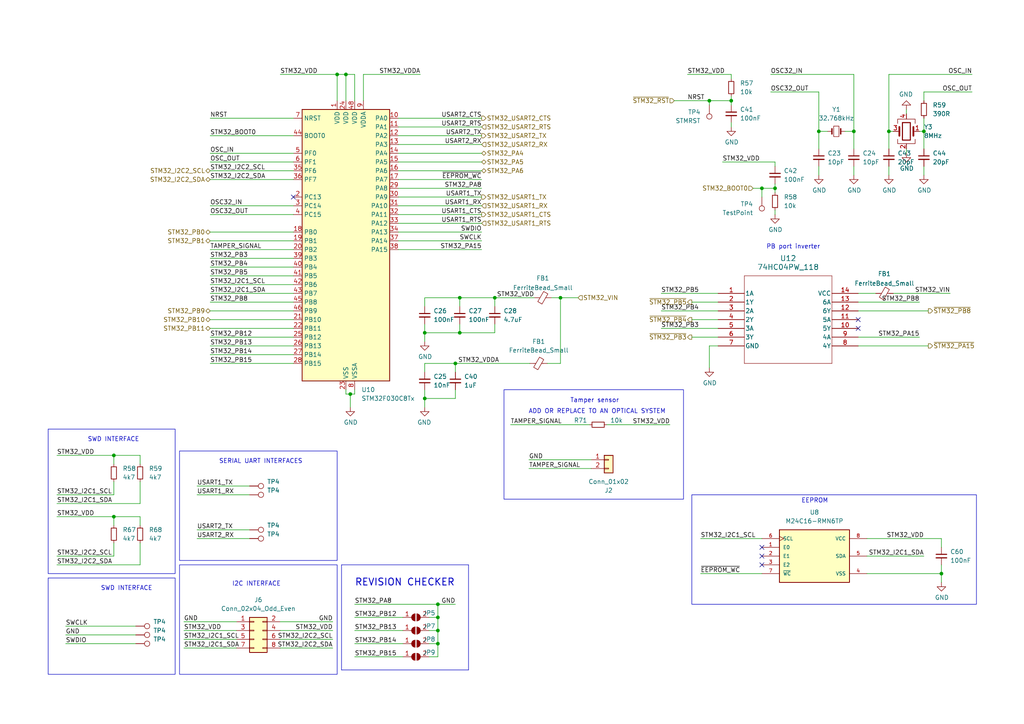
<source format=kicad_sch>
(kicad_sch (version 20230121) (generator eeschema)
  (paper "A4")
  (lib_symbols
    (symbol "2023-07-14_13-48-07:74HC04PW_118" (pin_names (offset 0.254))
      (property "Reference" "U" (at 20.32 10.16 0))
      (property "Value" "74HC04PW_118" (at 20.32 7.62 0))
      (symbol "74HC04PW_118_0_1"
        (polyline (pts (xy 7.62 -20.32) (xy 33.02 -20.32)) (stroke (width 0.127)))
        (polyline (pts (xy 7.62 5.08) (xy 7.62 -20.32)) (stroke (width 0.127)))
        (polyline (pts (xy 33.02 -20.32) (xy 33.02 5.08)) (stroke (width 0.127)))
        (polyline (pts (xy 33.02 5.08) (xy 7.62 5.08)) (stroke (width 0.127)))
        (pin input line (at 0 0 0) (length 7.62) (name "1A") (number "1"))
        (pin output line (at 40.64 -10.16 180) (length 7.62) (name "5Y") (number "10"))
        (pin input line (at 40.64 -7.62 180) (length 7.62) (name "5A") (number "11"))
        (pin output line (at 40.64 -5.08 180) (length 7.62) (name "6Y") (number "12"))
        (pin input line (at 40.64 -2.54 180) (length 7.62) (name "6A") (number "13"))
        (pin power_in line (at 40.64 0 180) (length 7.62) (name "VCC") (number "14"))
        (pin output line (at 0 -2.54 0) (length 7.62) (name "1Y") (number "2"))
        (pin input line (at 0 -5.08 0) (length 7.62) (name "2A") (number "3"))
        (pin output line (at 0 -7.62 0) (length 7.62) (name "2Y") (number "4"))
        (pin input line (at 0 -10.16 0) (length 7.62) (name "3A") (number "5"))
        (pin output line (at 0 -12.7 0) (length 7.62) (name "3Y") (number "6"))
        (pin power_out line (at 0 -15.24 0) (length 7.62) (name "GND") (number "7"))
        (pin output line (at 40.64 -15.24 180) (length 7.62) (name "4Y") (number "8"))
        (pin input line (at 40.64 -12.7 180) (length 7.62) (name "4A") (number "9"))
      )
    )
    (symbol "Connector:TestPoint" (pin_numbers hide) (pin_names (offset 0.762) hide)
      (property "Reference" "TP" (at 0 6.858 0))
      (property "Value" "TestPoint" (at 0 5.08 0))
      (symbol "TestPoint_0_1"
        (circle (center 0 3.302) (radius 0.762))
      )
      (symbol "TestPoint_1_1"
        (pin passive line (at 0 0 90) (length 2.54) (name "1") (number "1"))
      )
    )
    (symbol "Connector_Generic:Conn_01x02" (pin_names (offset 1.016) hide)
      (property "Reference" "J" (at 0 2.54 0))
      (property "Value" "Conn_01x02" (at 0 -5.08 0))
      (symbol "Conn_01x02_1_1"
        (rectangle (start -1.27 -2.413) (end 0 -2.667) (stroke (width 0.1524)))
        (rectangle (start -1.27 0.127) (end 0 -0.127) (stroke (width 0.1524)))
        (rectangle (start -1.27 1.27) (end 1.27 -3.81) (stroke (width 0.254)) (fill (type background)))
        (pin passive line (at -5.08 0 0) (length 3.81) (name "Pin_1") (number "1"))
        (pin passive line (at -5.08 -2.54 0) (length 3.81) (name "Pin_2") (number "2"))
      )
    )
    (symbol "Connector_Generic:Conn_02x04_Odd_Even" (pin_names (offset 1.016) hide)
      (property "Reference" "J" (at 1.27 5.08 0))
      (property "Value" "Conn_02x04_Odd_Even" (at 1.27 -7.62 0))
      (symbol "Conn_02x04_Odd_Even_1_1"
        (rectangle (start -1.27 -4.953) (end 0 -5.207) (stroke (width 0.1524)))
        (rectangle (start -1.27 -2.413) (end 0 -2.667) (stroke (width 0.1524)))
        (rectangle (start -1.27 0.127) (end 0 -0.127) (stroke (width 0.1524)))
        (rectangle (start -1.27 2.667) (end 0 2.413) (stroke (width 0.1524)))
        (rectangle (start -1.27 3.81) (end 3.81 -6.35) (stroke (width 0.254)) (fill (type background)))
        (rectangle (start 3.81 -4.953) (end 2.54 -5.207) (stroke (width 0.1524)))
        (rectangle (start 3.81 -2.413) (end 2.54 -2.667) (stroke (width 0.1524)))
        (rectangle (start 3.81 0.127) (end 2.54 -0.127) (stroke (width 0.1524)))
        (rectangle (start 3.81 2.667) (end 2.54 2.413) (stroke (width 0.1524)))
        (pin passive line (at -5.08 2.54 0) (length 3.81) (name "Pin_1") (number "1"))
        (pin passive line (at 7.62 2.54 180) (length 3.81) (name "Pin_2") (number "2"))
        (pin passive line (at -5.08 0 0) (length 3.81) (name "Pin_3") (number "3"))
        (pin passive line (at 7.62 0 180) (length 3.81) (name "Pin_4") (number "4"))
        (pin passive line (at -5.08 -2.54 0) (length 3.81) (name "Pin_5") (number "5"))
        (pin passive line (at 7.62 -2.54 180) (length 3.81) (name "Pin_6") (number "6"))
        (pin passive line (at -5.08 -5.08 0) (length 3.81) (name "Pin_7") (number "7"))
        (pin passive line (at 7.62 -5.08 180) (length 3.81) (name "Pin_8") (number "8"))
      )
    )
    (symbol "Device:C_Small" (pin_numbers hide) (pin_names (offset 0.254) hide)
      (property "Reference" "C" (at 0.254 1.778 0))
      (property "Value" "C_Small" (at 0.254 -2.032 0))
      (symbol "C_Small_0_1"
        (polyline (pts (xy -1.524 -0.508) (xy 1.524 -0.508)) (stroke (width 0.3302)))
        (polyline (pts (xy -1.524 0.508) (xy 1.524 0.508)) (stroke (width 0.3048)))
      )
      (symbol "C_Small_1_1"
        (pin passive line (at 0 2.54 270) (length 2.032) (name "~") (number "1"))
        (pin passive line (at 0 -2.54 90) (length 2.032) (name "~") (number "2"))
      )
    )
    (symbol "Device:Crystal_GND24" (pin_names (offset 1.016) hide)
      (property "Reference" "Y" (at 3.175 5.08 0))
      (property "Value" "Crystal_GND24" (at 3.175 3.175 0))
      (symbol "Crystal_GND24_0_1"
        (rectangle (start -1.143 2.54) (end 1.143 -2.54) (stroke (width 0.3048)))
        (polyline (pts (xy -2.54 0) (xy -2.032 0)))
        (polyline (pts (xy -2.032 -1.27) (xy -2.032 1.27)) (stroke (width 0.508)))
        (polyline (pts (xy 0 -3.81) (xy 0 -3.556)))
        (polyline (pts (xy 0 3.556) (xy 0 3.81)))
        (polyline (pts (xy 2.032 -1.27) (xy 2.032 1.27)) (stroke (width 0.508)))
        (polyline (pts (xy 2.032 0) (xy 2.54 0)))
        (polyline (pts (xy -2.54 -2.286) (xy -2.54 -3.556) (xy 2.54 -3.556) (xy 2.54 -2.286)))
        (polyline (pts (xy -2.54 2.286) (xy -2.54 3.556) (xy 2.54 3.556) (xy 2.54 2.286)))
      )
      (symbol "Crystal_GND24_1_1"
        (pin passive line (at -3.81 0 0) (length 1.27) (name "1") (number "1"))
        (pin passive line (at 0 5.08 270) (length 1.27) (name "2") (number "2"))
        (pin passive line (at 3.81 0 180) (length 1.27) (name "3") (number "3"))
        (pin passive line (at 0 -5.08 90) (length 1.27) (name "4") (number "4"))
      )
    )
    (symbol "Device:Crystal_Small" (pin_numbers hide) (pin_names (offset 1.016) hide)
      (property "Reference" "Y" (at 0 2.54 0))
      (property "Value" "Crystal_Small" (at 0 -2.54 0))
      (symbol "Crystal_Small_0_1"
        (rectangle (start -0.762 -1.524) (end 0.762 1.524))
        (polyline (pts (xy -1.27 -0.762) (xy -1.27 0.762)) (stroke (width 0.381)))
        (polyline (pts (xy 1.27 -0.762) (xy 1.27 0.762)) (stroke (width 0.381)))
      )
      (symbol "Crystal_Small_1_1"
        (pin passive line (at -2.54 0 0) (length 1.27) (name "1") (number "1"))
        (pin passive line (at 2.54 0 180) (length 1.27) (name "2") (number "2"))
      )
    )
    (symbol "Device:FerriteBead_Small" (pin_numbers hide) (pin_names (offset 0))
      (property "Reference" "FB" (at 1.905 1.27 0))
      (property "Value" "FerriteBead_Small" (at 1.905 -1.27 0))
      (symbol "FerriteBead_Small_0_1"
        (polyline (pts (xy 0 -1.27) (xy 0 -0.7874)))
        (polyline (pts (xy 0 0.889) (xy 0 1.2954)))
        (polyline (pts (xy -1.8288 0.2794) (xy -1.1176 1.4986) (xy 1.8288 -0.2032) (xy 1.1176 -1.4224) (xy -1.8288 0.2794)))
      )
      (symbol "FerriteBead_Small_1_1"
        (pin passive line (at 0 2.54 270) (length 1.27) (name "~") (number "1"))
        (pin passive line (at 0 -2.54 90) (length 1.27) (name "~") (number "2"))
      )
    )
    (symbol "Device:R_Small" (pin_numbers hide) (pin_names (offset 0.254) hide)
      (property "Reference" "R" (at 0.762 0.508 0))
      (property "Value" "R_Small" (at 0.762 -1.016 0))
      (symbol "R_Small_0_1"
        (rectangle (start -0.762 1.778) (end 0.762 -1.778) (stroke (width 0.2032)))
      )
      (symbol "R_Small_1_1"
        (pin passive line (at 0 2.54 270) (length 0.762) (name "~") (number "1"))
        (pin passive line (at 0 -2.54 90) (length 0.762) (name "~") (number "2"))
      )
    )
    (symbol "Jumper:SolderJumper_2_Open" (pin_names (offset 0) hide)
      (property "Reference" "JP" (at 0 2.032 0))
      (property "Value" "SolderJumper_2_Open" (at 0 -2.54 0))
      (symbol "SolderJumper_2_Open_0_1"
        (arc (start -0.254 1.016) (mid -1.2656 0) (end -0.254 -1.016))
        (arc (start -0.254 1.016) (mid -1.2656 0) (end -0.254 -1.016) (fill (type outline)))
        (polyline (pts (xy -0.254 1.016) (xy -0.254 -1.016)))
        (polyline (pts (xy 0.254 1.016) (xy 0.254 -1.016)))
        (arc (start 0.254 -1.016) (mid 1.2656 0) (end 0.254 1.016))
        (arc (start 0.254 -1.016) (mid 1.2656 0) (end 0.254 1.016) (fill (type outline)))
      )
      (symbol "SolderJumper_2_Open_1_1"
        (pin passive line (at -3.81 0 0) (length 2.54) (name "A") (number "1"))
        (pin passive line (at 3.81 0 180) (length 2.54) (name "B") (number "2"))
      )
    )
    (symbol "M24C16-RMN6TP:M24C16-RMN6TP" (pin_names (offset 1.016))
      (property "Reference" "U" (at -10.1836 8.1469 0))
      (property "Value" "M24C16-RMN6TP" (at -10.1609 -10.6689 0))
      (symbol "M24C16-RMN6TP_0_0"
        (rectangle (start -10.16 -7.62) (end 10.16 7.62) (stroke (width 0.254)) (fill (type background)))
        (pin input line (at -15.24 2.54 0) (length 5.08) (name "E0") (number "1"))
        (pin input line (at -15.24 0 0) (length 5.08) (name "E1") (number "2"))
        (pin input line (at -15.24 -2.54 0) (length 5.08) (name "E2") (number "3"))
        (pin power_in line (at 15.24 -5.08 180) (length 5.08) (name "VSS") (number "4"))
        (pin bidirectional line (at 15.24 0 180) (length 5.08) (name "SDA") (number "5"))
        (pin input clock (at -15.24 5.08 0) (length 5.08) (name "SCL") (number "6"))
        (pin input line (at -15.24 -5.08 0) (length 5.08) (name "~{WC}") (number "7"))
        (pin power_in line (at 15.24 5.08 180) (length 5.08) (name "VCC") (number "8"))
      )
    )
    (symbol "MCU_ST_STM32F0:STM32F030C8Tx"
      (property "Reference" "U" (at -12.7 41.91 0))
      (property "Value" "STM32F030C8Tx" (at 7.62 41.91 0))
      (symbol "STM32F030C8Tx_0_1"
        (rectangle (start -12.7 -38.1) (end 12.7 40.64) (stroke (width 0.254)) (fill (type background)))
      )
      (symbol "STM32F030C8Tx_1_1"
        (pin power_in line (at -2.54 43.18 270) (length 2.54) (name "VDD") (number "1"))
        (pin bidirectional line (at 15.24 38.1 180) (length 2.54) (name "PA0") (number "10"))
        (pin bidirectional line (at 15.24 35.56 180) (length 2.54) (name "PA1") (number "11"))
        (pin bidirectional line (at 15.24 33.02 180) (length 2.54) (name "PA2") (number "12"))
        (pin bidirectional line (at 15.24 30.48 180) (length 2.54) (name "PA3") (number "13"))
        (pin bidirectional line (at 15.24 27.94 180) (length 2.54) (name "PA4") (number "14"))
        (pin bidirectional line (at 15.24 25.4 180) (length 2.54) (name "PA5") (number "15"))
        (pin bidirectional line (at 15.24 22.86 180) (length 2.54) (name "PA6") (number "16"))
        (pin bidirectional line (at 15.24 20.32 180) (length 2.54) (name "PA7") (number "17"))
        (pin bidirectional line (at -15.24 5.08 0) (length 2.54) (name "PB0") (number "18"))
        (pin bidirectional line (at -15.24 2.54 0) (length 2.54) (name "PB1") (number "19"))
        (pin bidirectional line (at -15.24 15.24 0) (length 2.54) (name "PC13") (number "2"))
        (pin bidirectional line (at -15.24 0 0) (length 2.54) (name "PB2") (number "20"))
        (pin bidirectional line (at -15.24 -20.32 0) (length 2.54) (name "PB10") (number "21"))
        (pin bidirectional line (at -15.24 -22.86 0) (length 2.54) (name "PB11") (number "22"))
        (pin power_in line (at 0 -40.64 90) (length 2.54) (name "VSS") (number "23"))
        (pin power_in line (at 0 43.18 270) (length 2.54) (name "VDD") (number "24"))
        (pin bidirectional line (at -15.24 -25.4 0) (length 2.54) (name "PB12") (number "25"))
        (pin bidirectional line (at -15.24 -27.94 0) (length 2.54) (name "PB13") (number "26"))
        (pin bidirectional line (at -15.24 -30.48 0) (length 2.54) (name "PB14") (number "27"))
        (pin bidirectional line (at -15.24 -33.02 0) (length 2.54) (name "PB15") (number "28"))
        (pin bidirectional line (at 15.24 17.78 180) (length 2.54) (name "PA8") (number "29"))
        (pin bidirectional line (at -15.24 12.7 0) (length 2.54) (name "PC14") (number "3"))
        (pin bidirectional line (at 15.24 15.24 180) (length 2.54) (name "PA9") (number "30"))
        (pin bidirectional line (at 15.24 12.7 180) (length 2.54) (name "PA10") (number "31"))
        (pin bidirectional line (at 15.24 10.16 180) (length 2.54) (name "PA11") (number "32"))
        (pin bidirectional line (at 15.24 7.62 180) (length 2.54) (name "PA12") (number "33"))
        (pin bidirectional line (at 15.24 5.08 180) (length 2.54) (name "PA13") (number "34"))
        (pin bidirectional line (at -15.24 22.86 0) (length 2.54) (name "PF6") (number "35"))
        (pin bidirectional line (at -15.24 20.32 0) (length 2.54) (name "PF7") (number "36"))
        (pin bidirectional line (at 15.24 2.54 180) (length 2.54) (name "PA14") (number "37"))
        (pin bidirectional line (at 15.24 0 180) (length 2.54) (name "PA15") (number "38"))
        (pin bidirectional line (at -15.24 -2.54 0) (length 2.54) (name "PB3") (number "39"))
        (pin bidirectional line (at -15.24 10.16 0) (length 2.54) (name "PC15") (number "4"))
        (pin bidirectional line (at -15.24 -5.08 0) (length 2.54) (name "PB4") (number "40"))
        (pin bidirectional line (at -15.24 -7.62 0) (length 2.54) (name "PB5") (number "41"))
        (pin bidirectional line (at -15.24 -10.16 0) (length 2.54) (name "PB6") (number "42"))
        (pin bidirectional line (at -15.24 -12.7 0) (length 2.54) (name "PB7") (number "43"))
        (pin input line (at -15.24 33.02 0) (length 2.54) (name "BOOT0") (number "44"))
        (pin bidirectional line (at -15.24 -15.24 0) (length 2.54) (name "PB8") (number "45"))
        (pin bidirectional line (at -15.24 -17.78 0) (length 2.54) (name "PB9") (number "46"))
        (pin passive line (at 0 -40.64 90) (length 2.54) hide (name "VSS") (number "47"))
        (pin power_in line (at 2.54 43.18 270) (length 2.54) (name "VDD") (number "48"))
        (pin bidirectional line (at -15.24 27.94 0) (length 2.54) (name "PF0") (number "5"))
        (pin bidirectional line (at -15.24 25.4 0) (length 2.54) (name "PF1") (number "6"))
        (pin input line (at -15.24 38.1 0) (length 2.54) (name "NRST") (number "7"))
        (pin power_in line (at 2.54 -40.64 90) (length 2.54) (name "VSSA") (number "8"))
        (pin power_in line (at 5.08 43.18 270) (length 2.54) (name "VDDA") (number "9"))
      )
    )
    (symbol "device:R_Small" (pin_numbers hide) (pin_names (offset 0.254) hide)
      (property "Reference" "R" (at 0.762 0.508 0))
      (property "Value" "R_Small" (at 0.762 -1.016 0))
      (symbol "R_Small_0_1"
        (rectangle (start -0.762 1.778) (end 0.762 -1.778) (stroke (width 0.2032)))
      )
      (symbol "R_Small_1_1"
        (pin passive line (at 0 2.54 270) (length 0.762) (name "~") (number "1"))
        (pin passive line (at 0 -2.54 90) (length 0.762) (name "~") (number "2"))
      )
    )
    (symbol "power:GND" (power) (pin_names (offset 0))
      (property "Value" "GND" (at 0 -3.81 0))
      (symbol "GND_0_1"
        (polyline (pts (xy 0 0) (xy 0 -1.27) (xy 1.27 -1.27) (xy 0 -2.54) (xy -1.27 -1.27) (xy 0 -1.27)))
      )
      (symbol "GND_1_1"
        (pin power_in line (at 0 0 270) (length 0) hide (name "GND") (number "1"))
      )
    )
  )
  (junction (at 127 182.88))
  (junction (at 33.02 149.86))
  (junction (at 212.09 29.21))
  (junction (at 237.49 38.1))
  (junction (at 123.19 96.52))
  (junction (at 100.33 21.59))
  (junction (at 273.05 166.37))
  (junction (at 123.19 115.57))
  (junction (at 267.97 38.1))
  (junction (at 132.08 105.41))
  (junction (at 220.98 54.61))
  (junction (at 33.02 132.08))
  (junction (at 257.81 38.1))
  (junction (at 133.35 96.52))
  (junction (at 224.79 54.61))
  (junction (at 97.79 21.59))
  (junction (at 133.35 86.36))
  (junction (at 127 179.07))
  (junction (at 101.6 114.3))
  (junction (at 127 186.69))
  (junction (at 127 175.26))
  (junction (at 162.56 86.36))
  (junction (at 143.51 86.36))
  (junction (at 205.74 29.21))
  (junction (at 247.65 38.1))
  (no_connect (at 220.98 163.83))
  (no_connect (at 220.98 161.29))
  (no_connect (at 220.98 158.75))
  (no_connect (at 248.92 95.25))
  (no_connect (at 248.92 92.71))
  (no_connect (at 85.09 57.15))
  (wire (pts (xy 40.64 163.83) (xy 40.64 157.48)))
  (wire (pts (xy 267.97 38.1) (xy 267.97 43.18)))
  (wire (pts (xy 248.92 90.17) (xy 269.24 90.17)))
  (wire (pts (xy 273.05 156.21) (xy 273.05 158.75)))
  (wire (pts (xy 57.15 156.21) (xy 72.39 156.21)))
  (wire (pts (xy 139.7 57.15) (xy 115.57 57.15)))
  (wire (pts (xy 139.7 39.37) (xy 115.57 39.37)))
  (wire (pts (xy 123.19 96.52) (xy 133.35 96.52)))
  (wire (pts (xy 60.96 52.07) (xy 85.09 52.07)))
  (wire (pts (xy 273.05 166.37) (xy 251.46 166.37)))
  (wire (pts (xy 139.7 34.29) (xy 115.57 34.29)))
  (wire (pts (xy 127 182.88) (xy 127 179.07)))
  (wire (pts (xy 220.98 54.61) (xy 220.98 57.15)))
  (wire (pts (xy 212.09 22.86) (xy 212.09 21.59)))
  (wire (pts (xy 127 175.26) (xy 132.08 175.26)))
  (wire (pts (xy 105.41 21.59) (xy 105.41 29.21)))
  (wire (pts (xy 212.09 35.56) (xy 212.09 36.83)))
  (wire (pts (xy 281.94 26.67) (xy 267.97 26.67)))
  (wire (pts (xy 53.34 187.96) (xy 68.58 187.96)))
  (wire (pts (xy 16.51 132.08) (xy 33.02 132.08)))
  (wire (pts (xy 224.79 48.26) (xy 224.79 46.99)))
  (wire (pts (xy 19.05 184.15) (xy 39.37 184.15)))
  (wire (pts (xy 100.33 29.21) (xy 100.33 21.59)))
  (wire (pts (xy 33.02 149.86) (xy 40.64 149.86)))
  (wire (pts (xy 124.46 182.88) (xy 127 182.88)))
  (wire (pts (xy 123.19 93.98) (xy 123.19 96.52)))
  (wire (pts (xy 60.96 49.53) (xy 85.09 49.53)))
  (wire (pts (xy 16.51 146.05) (xy 40.64 146.05)))
  (wire (pts (xy 160.02 86.36) (xy 162.56 86.36)))
  (wire (pts (xy 212.09 27.94) (xy 212.09 29.21)))
  (wire (pts (xy 16.51 161.29) (xy 33.02 161.29)))
  (wire (pts (xy 19.05 186.69) (xy 39.37 186.69)))
  (wire (pts (xy 224.79 60.96) (xy 224.79 62.23)))
  (wire (pts (xy 60.96 97.79) (xy 85.09 97.79)))
  (wire (pts (xy 102.87 182.88) (xy 116.84 182.88)))
  (wire (pts (xy 251.46 161.29) (xy 267.97 161.29)))
  (wire (pts (xy 200.66 87.63) (xy 208.28 87.63)))
  (wire (pts (xy 266.7 97.79) (xy 248.92 97.79)))
  (wire (pts (xy 195.58 29.21) (xy 205.74 29.21)))
  (wire (pts (xy 224.79 54.61) (xy 224.79 55.88)))
  (wire (pts (xy 96.52 182.88) (xy 81.28 182.88)))
  (wire (pts (xy 60.96 87.63) (xy 85.09 87.63)))
  (wire (pts (xy 124.46 179.07) (xy 127 179.07)))
  (wire (pts (xy 115.57 46.99) (xy 139.7 46.99)))
  (wire (pts (xy 85.09 95.25) (xy 60.96 95.25)))
  (wire (pts (xy 33.02 132.08) (xy 40.64 132.08)))
  (wire (pts (xy 16.51 163.83) (xy 40.64 163.83)))
  (wire (pts (xy 60.96 72.39) (xy 85.09 72.39)))
  (wire (pts (xy 257.81 21.59) (xy 257.81 38.1)))
  (wire (pts (xy 218.44 54.61) (xy 220.98 54.61)))
  (wire (pts (xy 132.08 115.57) (xy 132.08 113.03)))
  (wire (pts (xy 123.19 115.57) (xy 132.08 115.57)))
  (wire (pts (xy 224.79 53.34) (xy 224.79 54.61)))
  (wire (pts (xy 124.46 190.5) (xy 127 190.5)))
  (wire (pts (xy 33.02 139.7) (xy 33.02 143.51)))
  (wire (pts (xy 247.65 43.18) (xy 247.65 38.1)))
  (wire (pts (xy 133.35 86.36) (xy 133.35 88.9)))
  (wire (pts (xy 148.082 123.19) (xy 170.942 123.19)))
  (wire (pts (xy 199.39 21.59) (xy 212.09 21.59)))
  (wire (pts (xy 123.19 96.52) (xy 123.19 99.06)))
  (wire (pts (xy 237.49 43.18) (xy 237.49 38.1)))
  (wire (pts (xy 162.56 86.36) (xy 167.64 86.36)))
  (wire (pts (xy 57.15 143.51) (xy 72.39 143.51)))
  (wire (pts (xy 262.89 43.18) (xy 262.89 44.45)))
  (wire (pts (xy 97.79 21.59) (xy 100.33 21.59)))
  (wire (pts (xy 262.89 31.75) (xy 262.89 33.02)))
  (wire (pts (xy 139.7 41.91) (xy 115.57 41.91)))
  (wire (pts (xy 208.28 100.33) (xy 205.74 100.33)))
  (wire (pts (xy 60.96 46.99) (xy 85.09 46.99)))
  (wire (pts (xy 267.97 26.67) (xy 267.97 29.21)))
  (wire (pts (xy 60.96 59.69) (xy 85.09 59.69)))
  (wire (pts (xy 132.08 105.41) (xy 123.19 105.41)))
  (wire (pts (xy 57.15 153.67) (xy 72.39 153.67)))
  (wire (pts (xy 132.08 107.95) (xy 132.08 105.41)))
  (wire (pts (xy 102.87 114.3) (xy 102.87 113.03)))
  (wire (pts (xy 247.65 38.1) (xy 245.11 38.1)))
  (wire (pts (xy 139.7 36.83) (xy 115.57 36.83)))
  (wire (pts (xy 101.6 114.3) (xy 102.87 114.3)))
  (wire (pts (xy 53.34 180.34) (xy 68.58 180.34)))
  (wire (pts (xy 248.92 100.33) (xy 269.24 100.33)))
  (wire (pts (xy 40.64 152.4) (xy 40.64 149.86)))
  (wire (pts (xy 237.49 48.26) (xy 237.49 50.8)))
  (wire (pts (xy 101.6 114.3) (xy 101.6 118.11)))
  (wire (pts (xy 237.49 26.67) (xy 223.52 26.67)))
  (wire (pts (xy 53.34 185.42) (xy 68.58 185.42)))
  (wire (pts (xy 191.77 90.17) (xy 208.28 90.17)))
  (wire (pts (xy 257.81 38.1) (xy 257.81 43.18)))
  (wire (pts (xy 143.51 86.36) (xy 133.35 86.36)))
  (wire (pts (xy 133.35 86.36) (xy 123.19 86.36)))
  (wire (pts (xy 96.52 180.34) (xy 81.28 180.34)))
  (wire (pts (xy 220.98 54.61) (xy 224.79 54.61)))
  (wire (pts (xy 203.2 156.21) (xy 220.98 156.21)))
  (wire (pts (xy 57.15 140.97) (xy 72.39 140.97)))
  (wire (pts (xy 115.57 44.45) (xy 139.7 44.45)))
  (wire (pts (xy 60.96 67.31) (xy 85.09 67.31)))
  (wire (pts (xy 205.74 29.21) (xy 212.09 29.21)))
  (polyline (pts (xy 135.89 194.31) (xy 135.89 163.83)))
  (wire (pts (xy 53.34 182.88) (xy 68.58 182.88)))
  (wire (pts (xy 40.64 146.05) (xy 40.64 139.7)))
  (wire (pts (xy 96.52 187.96) (xy 81.28 187.96)))
  (wire (pts (xy 176.022 123.19) (xy 194.31 123.19)))
  (wire (pts (xy 212.09 29.21) (xy 212.09 30.48)))
  (wire (pts (xy 60.96 69.85) (xy 85.09 69.85)))
  (wire (pts (xy 153.416 135.89) (xy 171.45 135.89)))
  (wire (pts (xy 133.35 96.52) (xy 143.51 96.52)))
  (wire (pts (xy 209.55 46.99) (xy 224.79 46.99)))
  (wire (pts (xy 60.96 82.55) (xy 85.09 82.55)))
  (wire (pts (xy 139.7 72.39) (xy 115.57 72.39)))
  (wire (pts (xy 257.81 38.1) (xy 259.08 38.1)))
  (wire (pts (xy 40.64 134.62) (xy 40.64 132.08)))
  (wire (pts (xy 60.96 80.01) (xy 85.09 80.01)))
  (wire (pts (xy 267.97 48.26) (xy 267.97 50.8)))
  (wire (pts (xy 100.33 21.59) (xy 102.87 21.59)))
  (wire (pts (xy 139.7 62.23) (xy 115.57 62.23)))
  (wire (pts (xy 191.77 85.09) (xy 208.28 85.09)))
  (wire (pts (xy 60.96 90.17) (xy 85.09 90.17)))
  (wire (pts (xy 205.74 29.21) (xy 205.74 30.48)))
  (wire (pts (xy 247.65 21.59) (xy 247.65 38.1)))
  (wire (pts (xy 33.02 134.62) (xy 33.02 132.08)))
  (wire (pts (xy 203.2 166.37) (xy 220.98 166.37)))
  (wire (pts (xy 33.02 152.4) (xy 33.02 149.86)))
  (wire (pts (xy 200.66 92.71) (xy 208.28 92.71)))
  (wire (pts (xy 60.96 102.87) (xy 85.09 102.87)))
  (wire (pts (xy 127 186.69) (xy 127 182.88)))
  (wire (pts (xy 251.46 156.21) (xy 273.05 156.21)))
  (polyline (pts (xy 99.06 194.31) (xy 135.89 194.31)))
  (wire (pts (xy 100.33 114.3) (xy 101.6 114.3)))
  (wire (pts (xy 60.96 100.33) (xy 85.09 100.33)))
  (wire (pts (xy 102.87 190.5) (xy 116.84 190.5)))
  (polyline (pts (xy 99.06 163.83) (xy 135.89 163.83)))
  (wire (pts (xy 139.7 67.31) (xy 115.57 67.31)))
  (wire (pts (xy 273.05 166.37) (xy 273.05 168.91)))
  (wire (pts (xy 124.46 186.69) (xy 127 186.69)))
  (wire (pts (xy 127 190.5) (xy 127 186.69)))
  (wire (pts (xy 115.57 49.53) (xy 139.7 49.53)))
  (wire (pts (xy 60.96 62.23) (xy 85.09 62.23)))
  (wire (pts (xy 267.97 34.29) (xy 267.97 38.1)))
  (wire (pts (xy 19.05 181.61) (xy 39.37 181.61)))
  (wire (pts (xy 139.7 69.85) (xy 115.57 69.85)))
  (wire (pts (xy 259.08 85.09) (xy 275.59 85.09)))
  (wire (pts (xy 191.77 95.25) (xy 208.28 95.25)))
  (wire (pts (xy 60.96 44.45) (xy 85.09 44.45)))
  (wire (pts (xy 85.09 92.71) (xy 60.96 92.71)))
  (wire (pts (xy 102.87 179.07) (xy 116.84 179.07)))
  (wire (pts (xy 133.35 93.98) (xy 133.35 96.52)))
  (wire (pts (xy 123.19 113.03) (xy 123.19 115.57)))
  (wire (pts (xy 162.56 105.41) (xy 162.56 86.36)))
  (wire (pts (xy 139.7 54.61) (xy 115.57 54.61)))
  (wire (pts (xy 123.19 105.41) (xy 123.19 107.95)))
  (wire (pts (xy 81.28 21.59) (xy 97.79 21.59)))
  (wire (pts (xy 60.96 34.29) (xy 85.09 34.29)))
  (wire (pts (xy 100.33 113.03) (xy 100.33 114.3)))
  (wire (pts (xy 123.19 86.36) (xy 123.19 88.9)))
  (wire (pts (xy 139.7 59.69) (xy 115.57 59.69)))
  (wire (pts (xy 158.75 105.41) (xy 162.56 105.41)))
  (wire (pts (xy 16.51 143.51) (xy 33.02 143.51)))
  (polyline (pts (xy 99.06 163.83) (xy 99.06 194.31)))
  (wire (pts (xy 266.7 38.1) (xy 267.97 38.1)))
  (wire (pts (xy 247.65 48.26) (xy 247.65 50.8)))
  (wire (pts (xy 33.02 157.48) (xy 33.02 161.29)))
  (wire (pts (xy 237.49 38.1) (xy 240.03 38.1)))
  (wire (pts (xy 127 179.07) (xy 127 175.26)))
  (wire (pts (xy 60.96 74.93) (xy 85.09 74.93)))
  (wire (pts (xy 102.87 29.21) (xy 102.87 21.59)))
  (wire (pts (xy 121.92 21.59) (xy 105.41 21.59)))
  (wire (pts (xy 123.19 115.57) (xy 123.19 118.11)))
  (wire (pts (xy 60.96 85.09) (xy 85.09 85.09)))
  (wire (pts (xy 16.51 149.86) (xy 33.02 149.86)))
  (wire (pts (xy 96.52 185.42) (xy 81.28 185.42)))
  (wire (pts (xy 139.7 64.77) (xy 115.57 64.77)))
  (wire (pts (xy 200.66 97.79) (xy 208.28 97.79)))
  (wire (pts (xy 102.87 175.26) (xy 127 175.26)))
  (wire (pts (xy 257.81 48.26) (xy 257.81 50.8)))
  (wire (pts (xy 153.67 105.41) (xy 132.08 105.41)))
  (wire (pts (xy 257.81 21.59) (xy 281.94 21.59)))
  (wire (pts (xy 154.94 86.36) (xy 143.51 86.36)))
  (wire (pts (xy 60.96 105.41) (xy 85.09 105.41)))
  (wire (pts (xy 248.92 87.63) (xy 266.7 87.63)))
  (wire (pts (xy 273.05 163.83) (xy 273.05 166.37)))
  (wire (pts (xy 102.87 186.69) (xy 116.84 186.69)))
  (wire (pts (xy 248.92 85.09) (xy 254 85.09)))
  (wire (pts (xy 223.52 21.59) (xy 247.65 21.59)))
  (wire (pts (xy 60.96 39.37) (xy 85.09 39.37)))
  (wire (pts (xy 153.416 133.35) (xy 171.45 133.35)))
  (wire (pts (xy 237.49 26.67) (xy 237.49 38.1)))
  (wire (pts (xy 97.79 21.59) (xy 97.79 29.21)))
  (wire (pts (xy 143.51 88.9) (xy 143.51 86.36)))
  (wire (pts (xy 143.51 96.52) (xy 143.51 93.98)))
  (wire (pts (xy 60.96 77.47) (xy 85.09 77.47)))
  (wire (pts (xy 205.74 100.33) (xy 205.74 106.68)))
  (wire (pts (xy 139.7 52.07) (xy 115.57 52.07)))
  (rectangle (start 52.07 163.83) (end 97.79 195.58))
  (rectangle (start 52.07 130.81) (end 97.79 162.56))
  (rectangle (start 13.97 167.64) (end 50.8 195.58))
  (rectangle (start 146.177 113.03) (end 198.247 144.78))
  (rectangle (start 200.66 143.51) (end 283.21 175.26))
  (rectangle (start 13.97 124.46) (end 50.8 166.37))
  (text "SERIAL UART INTERFACES" (at 63.5 134.62 0) (effects (font (size 1.27 1.27)) (justify left bottom)))
  (text "Tamper sensor" (at 165.354 116.967 0) (effects (font (size 1.27 1.27)) (justify left bottom)))
  (text "EEPROM" (at 232.41 146.05 0) (effects (font (size 1.27 1.27)) (justify left bottom)))
  (text "SWD INTERFACE" (at 25.4 128.27 0) (effects (font (size 1.27 1.27)) (justify left bottom)))
  (text "ADD OR REPLACE TO AN OPTICAL SYSTEM" (at 153.289 120.142 0) (effects (font (size 1.27 1.27)) (justify left bottom)))
  (text "PB port inverter" (at 222.25 72.39 0) (effects (font (size 1.27 1.27)) (justify left bottom)))
  (text "SWD INTERFACE" (at 29.21 171.45 0) (effects (font (size 1.27 1.27)) (justify left bottom)))
  (text "I2C INTERFACE" (at 67.31 170.18 0) (effects (font (size 1.27 1.27)) (justify left bottom)))
  (text "REVISION CHECKER" (at 102.87 170.18 0) (effects (font (size 2 2) (thickness 0.254) bold) (justify left bottom)))
  (label "STM32_I2C1_SCL" (at 203.2 156.21 0))
  (label "USART1_RX" (at 57.15 143.51 0))
  (label "USART2_RTS" (at 139.7 36.83 180))
  (label "STM32_PA8" (at 102.87 175.26 0))
  (label "STM32_PB5" (at 191.77 85.09 0))
  (label "STM32_I2C1_SDA" (at 53.34 187.96 0))
  (label "GND" (at 153.416 133.35 0))
  (label "STM32_VDD" (at 16.51 149.86 0))
  (label "NRST" (at 60.96 34.29 0))
  (label "STM32_I2C1_SDA" (at 267.97 161.29 180))
  (label "STM32_PB13" (at 60.96 100.33 0))
  (label "STM32_I2C2_SDA" (at 96.52 187.96 180))
  (label "STM32_PB8" (at 60.96 87.63 0))
  (label "STM32_PA15" (at 266.7 97.79 180))
  (label "OSC32_IN" (at 60.96 59.69 0))
  (label "USART2_TX" (at 139.7 39.37 180))
  (label "STM32_VDD" (at 81.28 21.59 0))
  (label "OSC_IN" (at 281.94 21.59 180))
  (label "STM32_PB12" (at 102.87 179.07 0))
  (label "STM32_VDD" (at 199.39 21.59 0))
  (label "TAMPER_SIGNAL" (at 148.082 123.19 0))
  (label "STM32_PB3" (at 191.77 95.25 0))
  (label "NRST" (at 199.39 29.21 0))
  (label "STM32_BOOT0" (at 60.96 39.37 0))
  (label "STM32_PB15" (at 60.96 105.41 0))
  (label "USART1_CTS" (at 139.7 62.23 180))
  (label "STM32_PB13" (at 102.87 182.88 0))
  (label "OSC32_OUT" (at 60.96 62.23 0))
  (label "USART1_TX" (at 139.7 57.15 180))
  (label "STM32_I2C2_SDA" (at 16.51 163.83 0))
  (label "STM32_VDD" (at 96.52 182.88 180))
  (label "STM32_VDDA" (at 121.92 21.59 180))
  (label "STM32_PB8" (at 266.7 87.63 180))
  (label "STM32_I2C1_SCL" (at 60.96 82.55 0))
  (label "STM32_VIN" (at 275.59 85.09 180))
  (label "STM32_I2C2_SCL" (at 16.51 161.29 0))
  (label "STM32_I2C1_SDA" (at 60.96 85.09 0))
  (label "USART2_CTS" (at 139.7 34.29 180))
  (label "USART2_RX" (at 57.15 156.21 0))
  (label "~{EEPROM_WC}" (at 139.7 52.07 180))
  (label "TAMPER_SIGNAL" (at 60.96 72.39 0))
  (label "STM32_PA8" (at 139.7 54.61 180))
  (label "STM32_I2C2_SDA" (at 60.96 52.07 0))
  (label "STM32_I2C1_SDA" (at 16.51 146.05 0))
  (label "~{EEPROM_WC}" (at 203.2 166.37 0))
  (label "STM32_I2C1_SCL" (at 53.34 185.42 0))
  (label "TAMPER_SIGNAL" (at 153.416 135.89 0))
  (label "SWDIO" (at 19.05 186.69 0))
  (label "USART1_RX" (at 139.7 59.69 180))
  (label "STM32_VDD" (at 267.97 156.21 180))
  (label "OSC_OUT" (at 281.94 26.67 180))
  (label "STM32_I2C2_SCL" (at 60.96 49.53 0))
  (label "USART1_RTS" (at 139.7 64.77 180))
  (label "USART2_TX" (at 57.15 153.67 0))
  (label "STM32_I2C1_SCL" (at 16.51 143.51 0))
  (label "STM32_VDDA" (at 144.78 105.41 180))
  (label "SWCLK" (at 139.7 69.85 180))
  (label "STM32_PB14" (at 102.87 186.69 0))
  (label "GND" (at 96.52 180.34 180))
  (label "OSC32_IN" (at 223.52 21.59 0))
  (label "STM32_I2C2_SCL" (at 96.52 185.42 180))
  (label "STM32_PB3" (at 60.96 74.93 0))
  (label "STM32_VDD" (at 16.51 132.08 0))
  (label "OSC_OUT" (at 60.96 46.99 0))
  (label "STM32_VDD" (at 209.55 46.99 0))
  (label "STM32_PB5" (at 60.96 80.01 0))
  (label "STM32_VDD" (at 154.94 86.36 180))
  (label "STM32_PB14" (at 60.96 102.87 0))
  (label "USART1_TX" (at 57.15 140.97 0))
  (label "GND" (at 19.05 184.15 0))
  (label "OSC_IN" (at 60.96 44.45 0))
  (label "SWCLK" (at 19.05 181.61 0))
  (label "STM32_PB4" (at 191.77 90.17 0))
  (label "SWDIO" (at 139.7 67.31 180))
  (label "GND" (at 53.34 180.34 0))
  (label "STM32_VDD" (at 194.31 123.19 180))
  (label "STM32_VDD" (at 53.34 182.88 0))
  (label "STM32_PB12" (at 60.96 97.79 0))
  (label "USART2_RX" (at 139.7 41.91 180))
  (label "GND" (at 132.08 175.26 180))
  (label "STM32_PA15" (at 139.7 72.39 180))
  (label "STM32_PB4" (at 60.96 77.47 0))
  (label "OSC32_OUT" (at 223.52 26.67 0))
  (label "STM32_PB15" (at 102.87 190.5 0))
  (hierarchical_label "STM32_I2C2_SCL" (shape bidirectional) (at 60.96 49.53 180))
  (hierarchical_label "STM32_PA6" (shape bidirectional) (at 139.7 49.53 0))
  (hierarchical_label "~{STM32_PB5}" (shape output) (at 200.66 87.63 180))
  (hierarchical_label "STM32_USART1_CTS" (shape output) (at 139.7 62.23 0))
  (hierarchical_label "STM32_PB1" (shape bidirectional) (at 60.96 69.85 180))
  (hierarchical_label "STM32_USART2_RTS" (shape input) (at 139.7 36.83 0))
  (hierarchical_label "STM32_PB10" (shape bidirectional) (at 60.96 92.71 180))
  (hierarchical_label "STM32_USART2_TX" (shape output) (at 139.7 39.37 0))
  (hierarchical_label "~{STM32_PB4}" (shape output) (at 200.66 92.71 180))
  (hierarchical_label "STM32_USART2_RX" (shape input) (at 139.7 41.91 0))
  (hierarchical_label "STM32_PB11" (shape bidirectional) (at 60.96 95.25 180))
  (hierarchical_label "STM32_VIN" (shape input) (at 167.64 86.36 0))
  (hierarchical_label "STM32_PA4" (shape bidirectional) (at 139.7 44.45 0))
  (hierarchical_label "~{STM32_PB3}" (shape output) (at 200.66 97.79 180))
  (hierarchical_label "STM32_USART1_RTS" (shape input) (at 139.7 64.77 0))
  (hierarchical_label "STM32_PB9" (shape bidirectional) (at 60.96 90.17 180))
  (hierarchical_label "STM32_USART2_CTS" (shape output) (at 139.7 34.29 0))
  (hierarchical_label "STM32_BOOT0" (shape input) (at 218.44 54.61 180))
  (hierarchical_label "~{STM32_PA15}" (shape output) (at 269.24 100.33 0))
  (hierarchical_label "STM32_USART1_TX" (shape output) (at 139.7 57.15 0))
  (hierarchical_label "~{STM32_RST}" (shape input) (at 195.58 29.21 180))
  (hierarchical_label "STM32_I2C2_SDA" (shape bidirectional) (at 60.96 52.07 180))
  (hierarchical_label "STM32_USART1_RX" (shape input) (at 139.7 59.69 0))
  (hierarchical_label "STM32_PB0" (shape bidirectional) (at 60.96 67.31 180))
  (hierarchical_label "STM32_PA5" (shape bidirectional) (at 139.7 46.99 0))
  (hierarchical_label "~{STM32_PB8}" (shape output) (at 269.24 90.17 0))
  (symbol (lib_id "Device:R_Small") (at 40.64 154.94 0) (unit 1)
    (property "Reference" "R68" (at 43.18 153.67 0) (effects (justify left)))
    (property "Value" "4k7" (at 43.18 156.21 0) (effects (justify left)))
    (property "Footprint" "Resistor_SMD:R_0402_1005Metric" (effects hide))
  )
  (symbol (lib_id "Device:C_Small") (at 237.49 45.72 0) (unit 1)
    (property "Reference" "C23" (at 240.03 44.4563 0) (effects (justify left)))
    (property "Value" "10pF" (at 240.03 46.9963 0) (effects (justify left)))
    (property "Footprint" "Capacitor_SMD:C_0402_1005Metric" (effects hide))
    (instances (project "macunaima_rev2.2" (path "" (reference "C23") (unit 1)) (path "" (reference "C41") (unit 1))))
  )
  (symbol (lib_id "Device:C_Small") (at 257.81 45.72 0) (unit 1)
    (property "Reference" "C43" (at 260.35 44.4563 0) (effects (justify left)))
    (property "Value" "20pF" (at 260.35 46.9963 0) (effects (justify left)))
    (property "Footprint" "Capacitor_SMD:C_0402_1005Metric" (effects hide))
  )
  (symbol (lib_id "Device:C_Small") (at 143.51 91.44 0) (unit 1)
    (property "Reference" "C28" (at 146.05 90.1763 0) (effects (justify left)))
    (property "Value" "4.7uF" (at 146.05 92.7163 0) (effects (justify left)))
    (property "Footprint" "Capacitor_SMD:C_0402_1005Metric" (effects hide))
    (instances (project "macunaima_rev2.2" (path "" (reference "C28") (unit 1)) (path "" (reference "C27") (unit 1))))
  )
  (symbol (lib_id "Jumper:SolderJumper_2_Open") (at 120.65 182.88 0) (unit 1)
    (property "Reference" "JP7" (at 124.46 181.61 0))
    (property "Value" "SolderJumper_2_Open" (effects hide))
    (property "Footprint" "Jumper:SolderJumper-2_P1.3mm_Open_RoundedPad1.0x1.5mm" (effects hide))
  )
  (symbol (lib_id "Device:R_Small") (at 267.97 31.75 0) (unit 1)
    (property "Reference" "R59" (at 270.51 30.48 0) (effects (justify left)))
    (property "Value" "390R" (at 270.51 33.02 0) (effects (justify left)))
    (property "Footprint" "Resistor_SMD:R_0402_1005Metric" (effects hide))
    (instances (project "macunaima_rev2.2" (path "" (reference "R59") (unit 1)) (path "" (reference "R47") (unit 1))))
  )
  (symbol (lib_id "power:GND") (at 212.09 36.83 0) (unit 1)
    (property "Reference" "#PWR028" (effects hide))
    (property "Value" "GND" (at 212.217 41.2242 0))
    (instances (project "macunaima_rev2.2" (path "" (reference "#PWR028") (unit 1)) (path "" (reference "#PWR013") (unit 1))))
  )
  (symbol (lib_id "Connector:TestPoint") (at 205.74 30.48 0) (mirror x) (unit 1)
    (property "Reference" "TP4" (at 203.2 32.512 0) (effects (justify right)))
    (property "Value" "STMRST" (at 203.2 35.052 0) (effects (justify right)))
    (property "Footprint" "TestPoint:TestPoint_Pad_D1.0mm" (effects hide))
    (instances (project "macunaima_rev2.2" (path "" (reference "TP4") (unit 1)) (path "" (reference "TP9") (unit 1))))
  )
  (symbol (lib_id "Jumper:SolderJumper_2_Open") (at 120.65 186.69 0) (unit 1)
    (property "Reference" "JP8" (at 124.46 185.42 0))
    (property "Value" "SolderJumper_2_Open" (effects hide))
    (property "Footprint" "Jumper:SolderJumper-2_P1.3mm_Open_RoundedPad1.0x1.5mm" (effects hide))
  )
  (symbol (lib_id "Connector:TestPoint") (at 72.39 143.51 270) (mirror x) (unit 1)
    (property "Reference" "TP4" (at 77.47 142.24 90) (effects (justify left)))
    (property "Value" "TestPoint" (effects hide))
    (property "Footprint" "TestPoint:TestPoint_Pad_D1.0mm" (effects hide))
    (instances (project "macunaima_rev2.2" (path "" (reference "TP4") (unit 1)) (path "" (reference "TP27") (unit 1))))
  )
  (symbol (lib_id "Device:C_Small") (at 132.08 110.49 0) (unit 1)
    (property "Reference" "C40" (at 134.62 109.2263 0) (effects (justify left)))
    (property "Value" "1uF" (at 134.62 111.7663 0) (effects (justify left)))
    (property "Footprint" "Capacitor_SMD:C_0402_1005Metric" (effects hide))
    (instances (project "macunaima_rev2.2" (path "" (reference "C40") (unit 1)) (path "" (reference "C25") (unit 1))))
  )
  (symbol (lib_id "Connector:TestPoint") (at 72.39 153.67 270) (mirror x) (unit 1)
    (property "Reference" "TP4" (at 77.47 152.4 90) (effects (justify left)))
    (property "Value" "TestPoint" (effects hide))
    (property "Footprint" "TestPoint:TestPoint_Pad_D1.0mm" (effects hide))
    (instances (project "macunaima_rev2.2" (path "" (reference "TP4") (unit 1)) (path "" (reference "TP28") (unit 1))))
  )
  (symbol (lib_id "M24C16-RMN6TP:M24C16-RMN6TP") (at 236.22 161.29 0) (unit 1)
    (property "Reference" "U8" (at 236.22 148.59 0))
    (property "Value" "M24C16-RMN6TP" (at 236.22 151.13 0))
    (property "Footprint" "Gabriel:SOIC127P600X175-8N" (effects hide))
    (property "MANUFACTURER" "STMicroelectronics" (effects hide))
  )
  (symbol (lib_id "power:GND") (at 247.65 50.8 0) (unit 1)
    (property "Reference" "#PWR02" (effects hide))
    (property "Value" "GND" (at 247.777 55.1942 0))
    (instances (project "macunaima_rev2.2" (path "" (reference "#PWR02") (unit 1)) (path "" (reference "#PWR030") (unit 1))))
  )
  (symbol (lib_id "Device:FerriteBead_Small") (at 157.48 86.36 90) (unit 1)
    (property "Reference" "FB1" (at 157.4419 80.6917 90))
    (property "Value" "FerriteBead_Small" (at 157.4419 83.4668 90))
    (property "Footprint" "Inductor_SMD:L_0402_1005Metric" (effects hide))
    (property "Datasheet" "https://datasheet.lcsc.com/lcsc/1810311724_TDK-MPZ1005S100CT000_C275476.pdf" (effects hide))
    (property "LCSC Part" "C275476" (effects hide))
    (instances (project "macunaima_rev2.2" (path "" (reference "FB1") (unit 1)) (path "" (reference "FB3") (unit 1)) (path "" (reference "FB4") (unit 1))))
  )
  (symbol (lib_id "Device:Crystal_Small") (at 242.57 38.1 0) (unit 1)
    (property "Reference" "Y1" (at 242.57 31.75 0))
    (property "Value" "32.768kHz" (at 242.57 34.29 0))
    (property "Footprint" "Crystal:Crystal_SMD_3215-2Pin_3.2x1.5mm" (effects hide))
    (property "LCSC Part" "C32346" (effects hide))
  )
  (symbol (lib_id "Device:C_Small") (at 212.09 33.02 0) (unit 1)
    (property "Reference" "C41" (at 214.63 31.7563 0) (effects (justify left)))
    (property "Value" "100nF" (at 214.63 34.2963 0) (effects (justify left)))
    (property "Footprint" "Capacitor_SMD:C_0402_1005Metric" (effects hide))
    (instances (project "macunaima_rev2.2" (path "" (reference "C41") (unit 1)) (path "" (reference "C28") (unit 1))))
  )
  (symbol (lib_id "power:GND") (at 257.81 50.8 0) (unit 1)
    (property "Reference" "#PWR031" (effects hide))
    (property "Value" "GND" (at 257.937 55.1942 0))
  )
  (symbol (lib_id "Connector:TestPoint") (at 72.39 140.97 270) (mirror x) (unit 1)
    (property "Reference" "TP4" (at 77.47 139.7 90) (effects (justify left)))
    (property "Value" "TestPoint" (effects hide))
    (property "Footprint" "TestPoint:TestPoint_Pad_D1.0mm" (effects hide))
    (instances (project "macunaima_rev2.2" (path "" (reference "TP4") (unit 1)) (path "" (reference "TP26") (unit 1))))
  )
  (symbol (lib_id "Connector_Generic:Conn_01x02") (at 176.53 133.35 0) (unit 1)
    (property "Reference" "J2" (at 176.53 142.24 0))
    (property "Value" "Conn_01x02" (at 176.53 139.7 0))
    (property "Footprint" "Gabriel:KF235-5.0-2P" (effects hide))
    (instances (project "macunaima_rev2.2" (path "" (reference "J2") (unit 1)) (path "" (reference "J6") (unit 1))))
  )
  (symbol (lib_id "MCU_ST_STM32F0:STM32F030C8Tx") (at 100.33 72.39 0) (unit 1)
    (property "Reference" "U10" (at 104.8259 113.03 0) (effects (justify left)))
    (property "Value" "STM32F030C8Tx" (at 104.8259 115.57 0) (effects (justify left)))
    (property "Footprint" "Package_QFP:LQFP-48_7x7mm_P0.5mm" (effects hide))
    (property "Datasheet" "https://www.st.com/resource/en/datasheet/stm32f030c8.pdf" (effects hide))
    (instances (project "macunaima_rev2.2" (path "" (reference "U10") (unit 1)) (path "" (reference "U5") (unit 1))))
  )
  (symbol (lib_id "Device:C_Small") (at 273.05 161.29 0) (unit 1)
    (property "Reference" "C60" (at 275.59 160.0263 0) (effects (justify left)))
    (property "Value" "100nF" (at 275.59 162.5663 0) (effects (justify left)))
    (property "Footprint" "Capacitor_SMD:C_0402_1005Metric" (effects hide))
  )
  (symbol (lib_id "Connector:TestPoint") (at 220.98 57.15 0) (mirror x) (unit 1)
    (property "Reference" "TP4" (at 218.44 59.182 0) (effects (justify right)))
    (property "Value" "TestPoint" (at 218.44 61.722 0) (effects (justify right)))
    (property "Footprint" "TestPoint:TestPoint_Pad_D1.0mm" (effects hide))
  )
  (symbol (lib_id "power:GND") (at 267.97 50.8 0) (unit 1)
    (property "Reference" "#PWR032" (effects hide))
    (property "Value" "GND" (at 268.097 55.1942 0))
  )
  (symbol (lib_id "power:GND") (at 123.19 99.06 0) (unit 1)
    (property "Reference" "#PWR013" (effects hide))
    (property "Value" "GND" (at 123.317 103.4542 0))
    (instances (project "macunaima_rev2.2" (path "" (reference "#PWR013") (unit 1)) (path "" (reference "#PWR02") (unit 1))))
  )
  (symbol (lib_id "Device:FerriteBead_Small") (at 256.54 85.09 90) (unit 1)
    (property "Reference" "FB1" (at 256.5019 79.4217 90))
    (property "Value" "FerriteBead_Small" (at 256.5019 82.1968 90))
    (property "Footprint" "Inductor_SMD:L_0402_1005Metric" (effects hide))
    (property "Datasheet" "https://datasheet.lcsc.com/lcsc/1810311724_TDK-MPZ1005S100CT000_C275476.pdf" (effects hide))
    (property "LCSC Part" "C275476" (effects hide))
    (instances (project "macunaima_rev2.2" (path "" (reference "FB1") (unit 1)) (path "" (reference "FB3") (unit 1)) (path "" (reference "FB6") (unit 1))))
  )
  (symbol (lib_id "power:GND") (at 205.74 106.68 0) (unit 1)
    (property "Reference" "#PWR030" (effects hide))
    (property "Value" "GND" (at 205.867 111.0742 0))
    (instances (project "macunaima_rev2.2" (path "" (reference "#PWR030") (unit 1)) (path "" (reference "#PWR057") (unit 1))))
  )
  (symbol (lib_id "Device:C_Small") (at 123.19 91.44 0) (unit 1)
    (property "Reference" "C26" (at 125.73 90.1763 0) (effects (justify left)))
    (property "Value" "100nF" (at 125.73 92.7163 0) (effects (justify left)))
    (property "Footprint" "Capacitor_SMD:C_0402_1005Metric" (effects hide))
    (instances (project "macunaima_rev2.2" (path "" (reference "C26") (unit 1)) (path "" (reference "C23") (unit 1))))
  )
  (symbol (lib_id "Connector:TestPoint") (at 72.39 156.21 270) (mirror x) (unit 1)
    (property "Reference" "TP4" (at 77.47 154.94 90) (effects (justify left)))
    (property "Value" "TestPoint" (effects hide))
    (property "Footprint" "TestPoint:TestPoint_Pad_D1.0mm" (effects hide))
    (instances (project "macunaima_rev2.2" (path "" (reference "TP4") (unit 1)) (path "" (reference "TP29") (unit 1))))
  )
  (symbol (lib_id "Device:Crystal_GND24") (at 262.89 38.1 180) (unit 1)
    (property "Reference" "Y3" (at 267.97 36.8299 0) (effects (justify right)))
    (property "Value" "8MHz" (at 267.97 39.3699 0) (effects (justify right)))
    (property "Footprint" "Crystal:Crystal_SMD_3225-4Pin_3.2x2.5mm" (effects hide))
    (property "Datasheet" "˜" (effects hide))
    (property "LCSC Part" "C400090" (effects hide))
  )
  (symbol (lib_id "Device:R_Small") (at 33.02 154.94 0) (unit 1)
    (property "Reference" "R67" (at 35.56 153.67 0) (effects (justify left)))
    (property "Value" "4k7" (at 35.56 156.21 0) (effects (justify left)))
    (property "Footprint" "Resistor_SMD:R_0402_1005Metric" (effects hide))
  )
  (symbol (lib_id "Device:C_Small") (at 123.19 110.49 180) (unit 1)
    (property "Reference" "C25" (at 125.73 109.2136 0) (effects (justify right)))
    (property "Value" "10nF" (at 125.73 111.7536 0) (effects (justify right)))
    (property "Footprint" "Capacitor_SMD:C_0402_1005Metric" (effects hide))
    (instances (project "macunaima_rev2.2" (path "" (reference "C25") (unit 1)) (path "" (reference "C24") (unit 1))))
  )
  (symbol (lib_id "Jumper:SolderJumper_2_Open") (at 120.65 179.07 0) (unit 1)
    (property "Reference" "JP5" (at 124.46 177.8 0))
    (property "Value" "SolderJumper_2_Open" (effects hide))
    (property "Footprint" "Jumper:SolderJumper-2_P1.3mm_Open_RoundedPad1.0x1.5mm" (effects hide))
  )
  (symbol (lib_id "power:GND") (at 224.79 62.23 0) (unit 1)
    (property "Reference" "#PWR030" (effects hide))
    (property "Value" "GND" (at 224.917 66.6242 0))
    (instances (project "macunaima_rev2.2" (path "" (reference "#PWR030") (unit 1)) (path "" (reference "#PWR017") (unit 1))))
  )
  (symbol (lib_id "Jumper:SolderJumper_2_Open") (at 120.65 190.5 0) (unit 1)
    (property "Reference" "JP9" (at 124.46 189.23 0))
    (property "Value" "SolderJumper_2_Open" (effects hide))
    (property "Footprint" "Jumper:SolderJumper-2_P1.3mm_Open_RoundedPad1.0x1.5mm" (effects hide))
  )
  (symbol (lib_id "Connector:TestPoint") (at 39.37 181.61 270) (mirror x) (unit 1)
    (property "Reference" "TP4" (at 44.45 180.34 90) (effects (justify left)))
    (property "Value" "TestPoint" (effects hide))
    (property "Footprint" "TestPoint:TestPoint_Pad_D1.0mm" (effects hide))
    (instances (project "macunaima_rev2.2" (path "" (reference "TP4") (unit 1)) (path "" (reference "TP20") (unit 1))))
  )
  (symbol (lib_id "2023-07-14_13-48-07:74HC04PW_118") (at 208.28 85.09 0) (unit 1)
    (property "Reference" "U12" (at 228.6 74.93 0) (effects (font (size 1.524 1.524))))
    (property "Value" "74HC04PW_118" (at 228.6 77.47 0) (effects (font (size 1.524 1.524))))
    (property "Footprint" "TSSOP14_74HC04_NEX" (effects hide))
    (property "Datasheet" "74HC04PW_118" (effects hide))
  )
  (symbol (lib_id "power:GND") (at 237.49 50.8 0) (unit 1)
    (property "Reference" "#PWR01" (effects hide))
    (property "Value" "GND" (at 237.617 55.1942 0))
    (instances (project "macunaima_rev2.2" (path "" (reference "#PWR01") (unit 1)) (path "" (reference "#PWR029") (unit 1))))
  )
  (symbol (lib_id "Device:C_Small") (at 267.97 45.72 0) (unit 1)
    (property "Reference" "C44" (at 270.51 44.4563 0) (effects (justify left)))
    (property "Value" "20pF" (at 270.51 46.9963 0) (effects (justify left)))
    (property "Footprint" "Capacitor_SMD:C_0402_1005Metric" (effects hide))
  )
  (symbol (lib_id "Device:FerriteBead_Small") (at 156.21 105.41 270) (unit 1)
    (property "Reference" "FB1" (at 156.2481 99.06 90))
    (property "Value" "FerriteBead_Small" (at 156.2481 101.6 90))
    (property "Footprint" "Inductor_SMD:L_0402_1005Metric" (effects hide))
    (property "Datasheet" "https://datasheet.lcsc.com/lcsc/1810311724_TDK-MPZ1005S100CT000_C275476.pdf" (effects hide))
    (property "LCSC Part" "C275476" (effects hide))
    (instances (project "macunaima_rev2.2" (path "" (reference "FB1") (unit 1)) (path "" (reference "FB4") (unit 1)) (path "" (reference "FB3") (unit 1))))
  )
  (symbol (lib_id "Device:C_Small") (at 247.65 45.72 0) (unit 1)
    (property "Reference" "C24" (at 250.19 44.4563 0) (effects (justify left)))
    (property "Value" "10pF" (at 250.19 46.9963 0) (effects (justify left)))
    (property "Footprint" "Capacitor_SMD:C_0402_1005Metric" (effects hide))
    (instances (project "macunaima_rev2.2" (path "" (reference "C24") (unit 1)) (path "" (reference "C42") (unit 1))))
  )
  (symbol (lib_id "power:GND") (at 101.6 118.11 0) (unit 1)
    (property "Reference" "#PWR029" (effects hide))
    (property "Value" "GND" (at 101.727 122.5042 0))
    (instances (project "macunaima_rev2.2" (path "" (reference "#PWR029") (unit 1)) (path "" (reference "#PWR01") (unit 1))))
  )
  (symbol (lib_id "Connector:TestPoint") (at 39.37 184.15 270) (mirror x) (unit 1)
    (property "Reference" "TP4" (at 44.45 182.88 90) (effects (justify left)))
    (property "Value" "TestPoint" (effects hide))
    (property "Footprint" "TestPoint:TestPoint_Pad_D1.0mm" (effects hide))
    (instances (project "macunaima_rev2.2" (path "" (reference "TP4") (unit 1)) (path "" (reference "TP21") (unit 1))))
  )
  (symbol (lib_id "device:R_Small") (at 173.482 123.19 90) (unit 1)
    (property "Reference" "R71" (at 168.402 121.92 90))
    (property "Value" "10k" (at 178.816 121.92 90))
    (property "Footprint" "Resistor_SMD:R_0402_1005Metric" (effects hide))
  )
  (symbol (lib_id "Device:C_Small") (at 224.79 50.8 0) (unit 1)
    (property "Reference" "C42" (at 227.33 49.5363 0) (effects (justify left)))
    (property "Value" "100nF" (at 227.33 52.0763 0) (effects (justify left)))
    (property "Footprint" "Capacitor_SMD:C_0402_1005Metric" (effects hide))
    (instances (project "macunaima_rev2.2" (path "" (reference "C42") (unit 1)) (path "" (reference "C40") (unit 1))))
  )
  (symbol (lib_id "Device:R_Small") (at 224.79 58.42 0) (unit 1)
    (property "Reference" "R58" (at 227.33 57.15 0) (effects (justify left)))
    (property "Value" "10k" (at 227.33 59.69 0) (effects (justify left)))
    (property "Footprint" "Resistor_SMD:R_0402_1005Metric" (effects hide))
    (instances (project "macunaima_rev2.2" (path "" (reference "R58") (unit 1)) (path "" (reference "R46") (unit 1))))
  )
  (symbol (lib_id "Device:R_Small") (at 40.64 137.16 0) (unit 1)
    (property "Reference" "R59" (at 43.18 135.89 0) (effects (justify left)))
    (property "Value" "4k7" (at 43.18 138.43 0) (effects (justify left)))
    (property "Footprint" "Resistor_SMD:R_0402_1005Metric" (effects hide))
  )
  (symbol (lib_id "Device:R_Small") (at 33.02 137.16 0) (unit 1)
    (property "Reference" "R58" (at 35.56 135.89 0) (effects (justify left)))
    (property "Value" "4k7" (at 35.56 138.43 0) (effects (justify left)))
    (property "Footprint" "Resistor_SMD:R_0402_1005Metric" (effects hide))
  )
  (symbol (lib_id "power:GND") (at 262.89 31.75 180) (unit 1)
    (property "Reference" "#PWR032" (effects hide))
    (property "Value" "GND" (at 262.763 27.3558 0))
    (instances (project "macunaima_rev2.2" (path "" (reference "#PWR032") (unit 1)) (path "" (reference "#PWR027") (unit 1))))
  )
  (symbol (lib_id "Connector:TestPoint") (at 39.37 186.69 270) (mirror x) (unit 1)
    (property "Reference" "TP4" (at 44.45 185.42 90) (effects (justify left)))
    (property "Value" "TestPoint" (effects hide))
    (property "Footprint" "TestPoint:TestPoint_Pad_D1.0mm" (effects hide))
    (instances (project "macunaima_rev2.2" (path "" (reference "TP4") (unit 1)) (path "" (reference "TP23") (unit 1))))
  )
  (symbol (lib_id "power:GND") (at 123.19 118.11 0) (mirror y) (unit 1)
    (property "Reference" "#PWR012" (effects hide))
    (property "Value" "GND" (at 123.063 122.5042 0))
  )
  (symbol (lib_id "power:GND") (at 273.05 168.91 0) (unit 1)
    (property "Reference" "#PWR059" (effects hide))
    (property "Value" "GND" (at 273.177 173.3042 0))
  )
  (symbol (lib_id "Connector_Generic:Conn_02x04_Odd_Even") (at 73.66 182.88 0) (unit 1)
    (property "Reference" "J6" (at 74.93 173.99 0))
    (property "Value" "Conn_02x04_Odd_Even" (at 74.93 176.53 0))
    (property "Footprint" "Connector_PinHeader_2.54mm:PinHeader_2x04_P2.54mm_Vertical" (effects hide))
    (instances (project "macunaima_rev2.2" (path "" (reference "J6") (unit 1)) (path "" (reference "J8") (unit 1))))
  )
  (symbol (lib_id "Device:R_Small") (at 212.09 25.4 0) (unit 1)
    (property "Reference" "R57" (at 214.63 24.13 0) (effects (justify left)))
    (property "Value" "10k" (at 214.63 26.67 0) (effects (justify left)))
    (property "Footprint" "Resistor_SMD:R_0402_1005Metric" (effects hide))
    (instances (project "macunaima_rev2.2" (path "" (reference "R57") (unit 1)) (path "" (reference "R40") (unit 1))))
  )
  (symbol (lib_id "Device:C_Small") (at 133.35 91.44 0) (unit 1)
    (property "Reference" "C27" (at 135.89 90.1763 0) (effects (justify left)))
    (property "Value" "100nF" (at 135.89 92.7163 0) (effects (justify left)))
    (property "Footprint" "Capacitor_SMD:C_0402_1005Metric" (effects hide))
    (instances (project "macunaima_rev2.2" (path "" (reference "C27") (unit 1)) (path "" (reference "C26") (unit 1))))
  )
  (symbol (lib_id "power:GND") (at 262.89 44.45 0) (unit 1)
    (property "Reference" "#PWR032" (effects hide))
    (property "Value" "GND" (at 263.017 48.8442 0))
    (instances (project "macunaima_rev2.2" (path "" (reference "#PWR032") (unit 1)) (path "" (reference "#PWR056") (unit 1))))
  )
)
</source>
